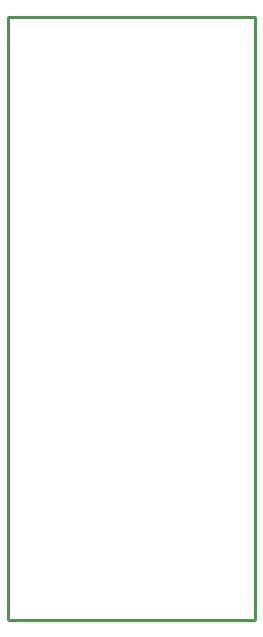
<source format=gbr>
G04 EAGLE Gerber RS-274X export*
G75*
%MOMM*%
%FSLAX34Y34*%
%LPD*%
%IN*%
%IPPOS*%
%AMOC8*
5,1,8,0,0,1.08239X$1,22.5*%
G01*
%ADD10C,0.254000*%


D10*
X0Y0D02*
X209350Y0D01*
X209350Y511050D01*
X0Y511050D01*
X0Y0D01*
M02*

</source>
